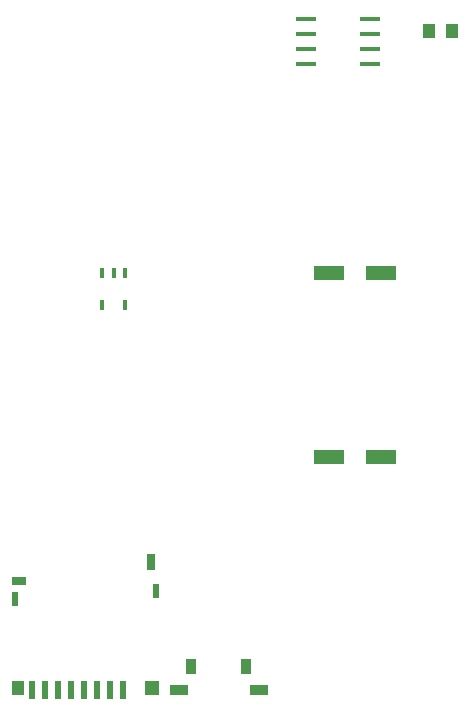
<source format=gtp>
G04 DipTrace 3.3.1.3*
G04 T4RA8875TouchShieldcastellated.gtp*
%MOIN*%
G04 #@! TF.FileFunction,Paste,Top*
G04 #@! TF.Part,Single*
%AMOUTLINE0*
4,1,4,
-0.0175,-0.025,
-0.0175,0.025,
0.0175,0.025,
0.0175,-0.025,
-0.0175,-0.025,
0*%
%AMOUTLINE1*
4,1,4,
0.0285,-0.0155,
-0.0285,-0.0155,
-0.0285,0.0155,
0.0285,0.0155,
0.0285,-0.0155,
0*%
%ADD21R,0.1X0.05*%
%ADD64R,0.07086X0.015742*%
%ADD70R,0.015742X0.035427*%
%ADD72R,0.049207X0.03149*%
%ADD74R,0.023616X0.051175*%
%ADD76R,0.023616X0.047238*%
%ADD78R,0.03149X0.053144*%
%ADD80R,0.019679X0.061018*%
%ADD88R,0.051175X0.051175*%
%ADD92R,0.043301X0.051175*%
%ADD96OUTLINE0*%
%ADD97OUTLINE1*%
%FSLAX26Y26*%
G04*
G70*
G90*
G75*
G01*
G04 TopPaste*
%LPD*%
D21*
X1813700Y1848700D3*
X1988700D3*
X1813700Y1233700D3*
X1988700D3*
D92*
X2223700Y2653700D3*
X2148897D3*
D80*
X823700Y458700D3*
X867046D3*
X910314D3*
X953648Y458687D3*
X996955D3*
X1040249D3*
X1083569D3*
X1126850Y458700D3*
D92*
X776495Y463424D3*
D88*
X1223346D3*
D78*
X1220970Y884081D3*
D76*
X1237099Y788411D3*
D74*
X766653Y762794D3*
D72*
X779212Y821850D3*
D96*
X1353700Y533700D3*
X1538700D3*
D97*
X1313200Y459200D3*
X1579200D3*
D70*
X1133700Y1848700D3*
X1096298D3*
X1058897D3*
Y1742401D3*
X1133700D3*
D64*
X1738700Y2693700D3*
Y2643700D3*
Y2593700D3*
Y2543700D3*
X1951298D3*
Y2593700D3*
Y2643700D3*
Y2693700D3*
M02*

</source>
